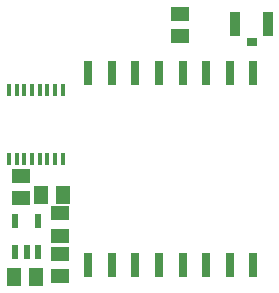
<source format=gbr>
G04 EAGLE Gerber RS-274X export*
G75*
%MOMM*%
%FSLAX34Y34*%
%LPD*%
%INSolderpaste Top*%
%IPPOS*%
%AMOC8*
5,1,8,0,0,1.08239X$1,22.5*%
G01*
%ADD10R,0.800000X2.000000*%
%ADD11R,0.304800X0.990600*%
%ADD12R,1.500000X1.240000*%
%ADD13R,0.550000X1.200000*%
%ADD14R,1.240000X1.500000*%
%ADD15R,0.965200X0.762000*%
%ADD16R,0.812800X2.133600*%


D10*
X217320Y228320D03*
X197320Y228320D03*
X177320Y228320D03*
X157320Y228320D03*
X137320Y228320D03*
X117320Y228320D03*
X97320Y228320D03*
X77320Y228320D03*
X77320Y66320D03*
X97320Y66320D03*
X117320Y66320D03*
X137320Y66320D03*
X157320Y66320D03*
X177320Y66320D03*
X197320Y66320D03*
X217320Y66320D03*
D11*
X55770Y214598D03*
X49270Y214598D03*
X42770Y214598D03*
X36270Y214598D03*
X29770Y214598D03*
X23270Y214598D03*
X16770Y214598D03*
X10270Y214598D03*
X10270Y156242D03*
X16770Y156242D03*
X23270Y156242D03*
X29770Y156242D03*
X36270Y156242D03*
X42770Y156242D03*
X49270Y156242D03*
X55770Y156242D03*
D12*
X154940Y259740D03*
X154940Y278740D03*
D13*
X15900Y77169D03*
X25400Y77169D03*
X34900Y77169D03*
X34900Y103171D03*
X15900Y103171D03*
D14*
X14630Y55880D03*
X33630Y55880D03*
D12*
X20320Y141580D03*
X20320Y122580D03*
X53340Y75540D03*
X53340Y56540D03*
D15*
X215900Y255016D03*
D16*
X229854Y270256D03*
X201946Y270256D03*
D12*
X53340Y109830D03*
X53340Y90830D03*
D14*
X56490Y125730D03*
X37490Y125730D03*
M02*

</source>
